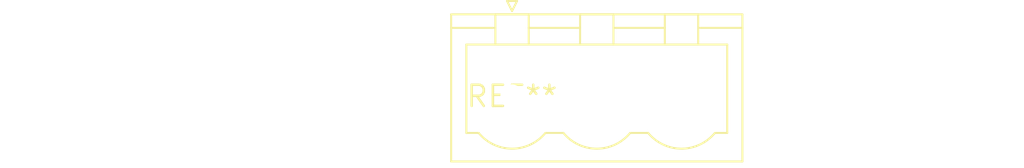
<source format=kicad_pcb>
(kicad_pcb (version 20240108) (generator pcbnew)
  (layers (0 "F.Cu" signal) (31 "B.Cu" signal) (34 "B.Paste" user) (35 "F.Paste" user) (36 "B.SilkS" user "B.Silkscreen") (37 "F.SilkS" user "F.Silkscreen") (38 "B.Mask" user) (39 "F.Mask" user) (44 "Edge.Cuts" user))
  (net 0 "")
  (footprint "PhoenixContact_MSTBVA_2,5_3-G-5,08_1x03_P5.08mm_Vertical" (layer "F.Cu") (at 0 0)
    (property "Reference" "REF**")
    (property "Value" "PhoenixContact_MSTBVA_2,5_3-G-5,08_1x03_P5.08mm_Vertical")
    (fp_line (start -3.65 -4.91) (end -3.65 3.91) (layer "F.SilkS") (stroke (width 0.12)))
    (fp_line (start -3.65 -4.1) (end -1.11 -4.1) (layer "F.SilkS") (stroke (width 0.12)))
    (fp_line (start -3.65 3.91) (end 13.81 3.91) (layer "F.SilkS") (stroke (width 0.12)))
    (fp_line (start -2.74 -3.1) (end 12.9 -3.1) (layer "F.SilkS") (stroke (width 0.12)))
    (fp_line (start -2.74 2.2) (end -2.74 -3.1) (layer "F.SilkS") (stroke (width 0.12)))
    (fp_line (start -2 2.2) (end -2.74 2.2) (layer "F.SilkS") (stroke (width 0.12)))
    (fp_line (start -1 -4.91) (end 1 -4.91) (layer "F.SilkS") (stroke (width 0.12)))
    (fp_line (start -1 -3.1) (end -1 -4.91) (layer "F.SilkS") (stroke (width 0.12)))
    (fp_line (start -0.3 -5.71) (end 0.3 -5.71) (layer "F.SilkS") (stroke (width 0.12)))
    (fp_line (start 0 -5.11) (end -0.3 -5.71) (layer "F.SilkS") (stroke (width 0.12)))
    (fp_line (start 0.3 -5.71) (end 0 -5.11) (layer "F.SilkS") (stroke (width 0.12)))
    (fp_line (start 1 -4.91) (end 1 -3.1) (layer "F.SilkS") (stroke (width 0.12)))
    (fp_line (start 1 -4.1) (end 4.08 -4.1) (layer "F.SilkS") (stroke (width 0.12)))
    (fp_line (start 1 -3.1) (end -1 -3.1) (layer "F.SilkS") (stroke (width 0.12)))
    (fp_line (start 2 2.2) (end 3.08 2.2) (layer "F.SilkS") (stroke (width 0.12)))
    (fp_line (start 4.08 -4.91) (end 6.08 -4.91) (layer "F.SilkS") (stroke (width 0.12)))
    (fp_line (start 4.08 -3.1) (end 4.08 -4.91) (layer "F.SilkS") (stroke (width 0.12)))
    (fp_line (start 6.08 -4.91) (end 6.08 -3.1) (layer "F.SilkS") (stroke (width 0.12)))
    (fp_line (start 6.08 -4.1) (end 9.16 -4.1) (layer "F.SilkS") (stroke (width 0.12)))
    (fp_line (start 6.08 -3.1) (end 4.08 -3.1) (layer "F.SilkS") (stroke (width 0.12)))
    (fp_line (start 7.08 2.2) (end 8.16 2.2) (layer "F.SilkS") (stroke (width 0.12)))
    (fp_line (start 9.16 -4.91) (end 11.16 -4.91) (layer "F.SilkS") (stroke (width 0.12)))
    (fp_line (start 9.16 -3.1) (end 9.16 -4.91) (layer "F.SilkS") (stroke (width 0.12)))
    (fp_line (start 11.16 -4.91) (end 11.16 -3.1) (layer "F.SilkS") (stroke (width 0.12)))
    (fp_line (start 11.16 -3.1) (end 9.16 -3.1) (layer "F.SilkS") (stroke (width 0.12)))
    (fp_line (start 12.9 -3.1) (end 12.9 2.2) (layer "F.SilkS") (stroke (width 0.12)))
    (fp_line (start 12.9 2.2) (end 12.16 2.2) (layer "F.SilkS") (stroke (width 0.12)))
    (fp_line (start 13.81 -4.91) (end -3.65 -4.91) (layer "F.SilkS") (stroke (width 0.12)))
    (fp_line (start 13.81 -4.1) (end 11.27 -4.1) (layer "F.SilkS") (stroke (width 0.12)))
    (fp_line (start 13.81 3.91) (end 13.81 -4.91) (layer "F.SilkS") (stroke (width 0.12)))
    (fp_arc (start 1.986842 2.215821) (mid -0.010289 3.142758) (end -2 2.2) (layer "F.SilkS") (stroke (width 0.12)))
    (fp_arc (start 7.066842 2.215821) (mid 5.069711 3.142758) (end 3.08 2.2) (layer "F.SilkS") (stroke (width 0.12)))
    (fp_arc (start 12.146842 2.215821) (mid 10.149711 3.142758) (end 8.16 2.2) (layer "F.SilkS") (stroke (width 0.12)))
    (pad "1" thru_hole roundrect (at 0 0) (size 2.08 3.6) (drill 1.4) (layers *.Cu *.Mask) (remove_unused_layers) (roundrect_rratio 0.120192))
    (pad "2" thru_hole oval (at 5.08 0) (size 2.08 3.6) (drill 1.4) (layers *.Cu *.Mask) (remove_unused_layers))
    (pad "3" thru_hole oval (at 10.16 0) (size 2.08 3.6) (drill 1.4) (layers *.Cu *.Mask) (remove_unused_layers))
  )
)
</source>
